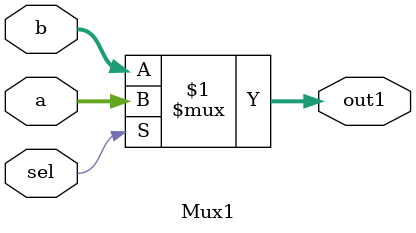
<source format=v>
module Mux1 (a,b,out1,sel);
input[31:0]a,b;
input sel ;
output[31:0] out1;
assign out1 =(sel)?a:b;
endmodule

</source>
